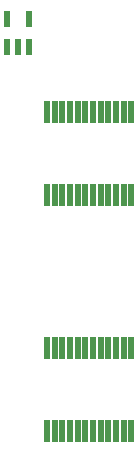
<source format=gtp>
%TF.GenerationSoftware,KiCad,Pcbnew,(5.1.6-0-10_14)*%
%TF.CreationDate,2021-03-01T23:58:59+09:00*%
%TF.ProjectId,qPCR-photo_mux_74HC4067SSOP,71504352-2d70-4686-9f74-6f5f6d75785f,rev?*%
%TF.SameCoordinates,Original*%
%TF.FileFunction,Paste,Top*%
%TF.FilePolarity,Positive*%
%FSLAX46Y46*%
G04 Gerber Fmt 4.6, Leading zero omitted, Abs format (unit mm)*
G04 Created by KiCad (PCBNEW (5.1.6-0-10_14)) date 2021-03-01 23:58:59*
%MOMM*%
%LPD*%
G01*
G04 APERTURE LIST*
%ADD10R,0.558800X1.473200*%
%ADD11R,0.480000X1.900000*%
G04 APERTURE END LIST*
D10*
%TO.C,U2*%
X85999999Y-65612400D03*
X87900001Y-65612400D03*
X87900001Y-68000000D03*
X86950000Y-68000000D03*
X85999999Y-68000000D03*
%TD*%
D11*
%TO.C,U1*%
X96575000Y-93495000D03*
X95925000Y-93495000D03*
X95275000Y-93495000D03*
X94625000Y-93495000D03*
X93975000Y-93495000D03*
X93325000Y-93495000D03*
X92675000Y-93495000D03*
X92025000Y-93495000D03*
X91375000Y-93495000D03*
X90725000Y-93495000D03*
X90075000Y-93495000D03*
X89425000Y-93495000D03*
X89425000Y-100505000D03*
X90075000Y-100505000D03*
X90725000Y-100505000D03*
X91375000Y-100505000D03*
X92025000Y-100505000D03*
X92675000Y-100505000D03*
X93325000Y-100505000D03*
X93975000Y-100505000D03*
X94625000Y-100505000D03*
X95275000Y-100505000D03*
X95925000Y-100505000D03*
X96575000Y-100505000D03*
%TD*%
%TO.C,U3*%
X96575000Y-80505000D03*
X95925000Y-80505000D03*
X95275000Y-80505000D03*
X94625000Y-80505000D03*
X93975000Y-80505000D03*
X93325000Y-80505000D03*
X92675000Y-80505000D03*
X92025000Y-80505000D03*
X91375000Y-80505000D03*
X90725000Y-80505000D03*
X90075000Y-80505000D03*
X89425000Y-80505000D03*
X89425000Y-73495000D03*
X90075000Y-73495000D03*
X90725000Y-73495000D03*
X91375000Y-73495000D03*
X92025000Y-73495000D03*
X92675000Y-73495000D03*
X93325000Y-73495000D03*
X93975000Y-73495000D03*
X94625000Y-73495000D03*
X95275000Y-73495000D03*
X95925000Y-73495000D03*
X96575000Y-73495000D03*
%TD*%
M02*

</source>
